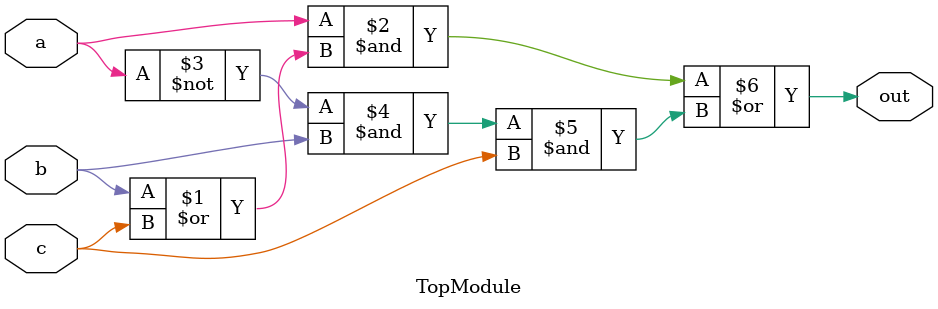
<source format=sv>
module TopModule (
    input logic a,
    input logic b,
    input logic c,
    output logic out
);

    // Combinational logic derived from the Karnaugh map
    assign out = (a & (b | c)) | (~a & b & c);

endmodule
</source>
